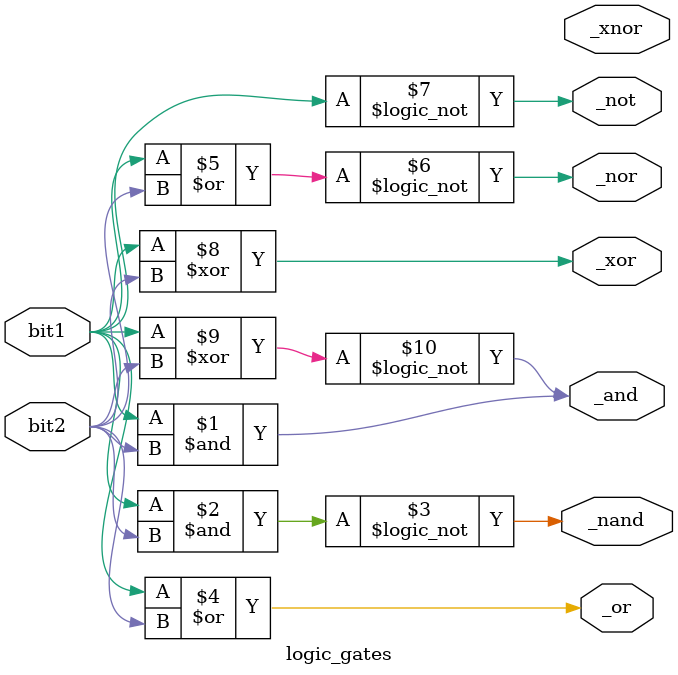
<source format=v>

module logic_gates(input bit1, bit2, output _and, _nand, _or, _nor, _not, _xor, _xnor);
    assign _and = bit1 & bit2;
    assign _nand = !(bit1 & bit2);
    assign _or = bit1 | bit2;
    assign _nor = !(bit1 | bit2);
    assign _not = !bit1;
    assign _xor = bit1 ^ bit2;
    assign _and = !(bit1 ^ bit2);

endmodule
</source>
